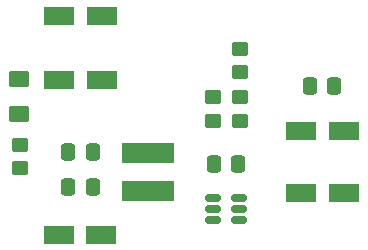
<source format=gbr>
%TF.GenerationSoftware,KiCad,Pcbnew,8.0.1-8.0.1-1~ubuntu22.04.1*%
%TF.CreationDate,2024-04-07T12:19:07+01:00*%
%TF.ProjectId,tps54202_inverting_breakout,74707335-3432-4303-925f-696e76657274,A*%
%TF.SameCoordinates,Original*%
%TF.FileFunction,Paste,Top*%
%TF.FilePolarity,Positive*%
%FSLAX46Y46*%
G04 Gerber Fmt 4.6, Leading zero omitted, Abs format (unit mm)*
G04 Created by KiCad (PCBNEW 8.0.1-8.0.1-1~ubuntu22.04.1) date 2024-04-07 12:19:07*
%MOMM*%
%LPD*%
G01*
G04 APERTURE LIST*
G04 Aperture macros list*
%AMRoundRect*
0 Rectangle with rounded corners*
0 $1 Rounding radius*
0 $2 $3 $4 $5 $6 $7 $8 $9 X,Y pos of 4 corners*
0 Add a 4 corners polygon primitive as box body*
4,1,4,$2,$3,$4,$5,$6,$7,$8,$9,$2,$3,0*
0 Add four circle primitives for the rounded corners*
1,1,$1+$1,$2,$3*
1,1,$1+$1,$4,$5*
1,1,$1+$1,$6,$7*
1,1,$1+$1,$8,$9*
0 Add four rect primitives between the rounded corners*
20,1,$1+$1,$2,$3,$4,$5,0*
20,1,$1+$1,$4,$5,$6,$7,0*
20,1,$1+$1,$6,$7,$8,$9,0*
20,1,$1+$1,$8,$9,$2,$3,0*%
G04 Aperture macros list end*
%ADD10RoundRect,0.250000X0.337500X0.475000X-0.337500X0.475000X-0.337500X-0.475000X0.337500X-0.475000X0*%
%ADD11RoundRect,0.250000X1.050000X0.550000X-1.050000X0.550000X-1.050000X-0.550000X1.050000X-0.550000X0*%
%ADD12RoundRect,0.150000X-0.512500X-0.150000X0.512500X-0.150000X0.512500X0.150000X-0.512500X0.150000X0*%
%ADD13RoundRect,0.250000X0.450000X-0.350000X0.450000X0.350000X-0.450000X0.350000X-0.450000X-0.350000X0*%
%ADD14RoundRect,0.250000X-0.450000X0.350000X-0.450000X-0.350000X0.450000X-0.350000X0.450000X0.350000X0*%
%ADD15R,4.500000X1.750000*%
%ADD16RoundRect,0.250001X0.624999X-0.462499X0.624999X0.462499X-0.624999X0.462499X-0.624999X-0.462499X0*%
G04 APERTURE END LIST*
D10*
%TO.C,C6*%
X207496500Y-89281000D03*
X209571500Y-89281000D03*
%TD*%
D11*
%TO.C,C3*%
X189865000Y-88773000D03*
X186265000Y-88773000D03*
%TD*%
D10*
%TO.C,C9*%
X199368500Y-95885000D03*
X201443500Y-95885000D03*
%TD*%
D11*
%TO.C,C5*%
X210356000Y-93091000D03*
X206756000Y-93091000D03*
%TD*%
D10*
%TO.C,C8*%
X189103000Y-97790000D03*
X187028000Y-97790000D03*
%TD*%
D11*
%TO.C,C7*%
X186243500Y-101854000D03*
X189843500Y-101854000D03*
%TD*%
D12*
%TO.C,U1*%
X199263000Y-98745000D03*
X199263000Y-99695000D03*
X199263000Y-100645000D03*
X201538000Y-100645000D03*
X201538000Y-99695000D03*
X201538000Y-98745000D03*
%TD*%
D13*
%TO.C,R2*%
X201549000Y-92202000D03*
X201549000Y-90202000D03*
%TD*%
D11*
%TO.C,C4*%
X210356000Y-98298000D03*
X206756000Y-98298000D03*
%TD*%
D14*
%TO.C,R3*%
X199263000Y-90202000D03*
X199263000Y-92202000D03*
%TD*%
D10*
%TO.C,C1*%
X187027500Y-94869000D03*
X189102500Y-94869000D03*
%TD*%
D15*
%TO.C,L1*%
X193802000Y-98171000D03*
X193802000Y-94921000D03*
%TD*%
D14*
%TO.C,R4*%
X182932500Y-94250000D03*
X182932500Y-96250000D03*
%TD*%
D13*
%TO.C,R1*%
X201549000Y-88122000D03*
X201549000Y-86122000D03*
%TD*%
D11*
%TO.C,C2*%
X189865000Y-83312000D03*
X186265000Y-83312000D03*
%TD*%
D16*
%TO.C,D1*%
X182880000Y-91657500D03*
X182880000Y-88682500D03*
%TD*%
M02*

</source>
